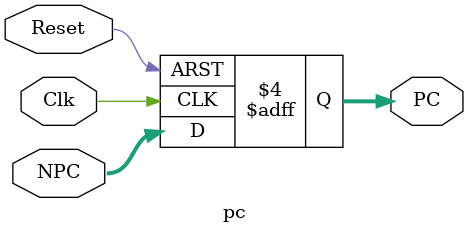
<source format=v>
`timescale 1ns/10ps 
module pc(NPC, Clk, Reset, PC);
//ÏÂÒ»ÌõÖ¸ÁîµØÖ·£¬ÓÃÓÚ¸üÐÂPC£¬×îºóÁ½Î»²¹Áã
input [31: 2] NPC;
//Ê±ÖÓÐÅºÅ
input Clk;
//ÖØÖÃÐÅºÅ
input Reset;
//µ±Ç°Ö¸ÁîµØÖ·£¬½«Êä³ö¶¨ÒåÎª¼Ä´æÆ÷ÐÍ±äÁ¿£¬±íÊ¾¹ý³Ì¿éÓï¾ä always ÄÚµÄÖ¸¶¨ÐÅºÅ
output reg [31: 2] PC;

/*
³õÊ¼»¯µØÖ·£¬×¢ÒâÓëÓÃÀ´ÑéÖ¤µÄ²âÊÔ¹¤¾ß»ò²Î¿¼Êý¾ÝÆ¥Åä
*/
initial begin
    PC = 30'h00100000; //³õÊ¼»¯£¬²»Í¬ mips »ã±àÆ÷ PC ³õÊ¼Öµ²»Í¬£¬´Ë´¦ÎªÍ¨ÓÃ mars ±àÒëÆ÷µÄPC ³õÊ¼Öµ
end

always @ (posedge Clk or posedge Reset) begin //¸ßµçÆ½´¥·¢
    if (Reset == 1'b1) begin //ÖØÖÃ pc
        PC <= 30'h00100000; //30'h00000c00;
    end
    else begin //½«ÏÂÒ»ÌõÖ¸ÁîµØÖ·¸³¸ø pc
        PC <= NPC;
    end
end

endmodule
</source>
